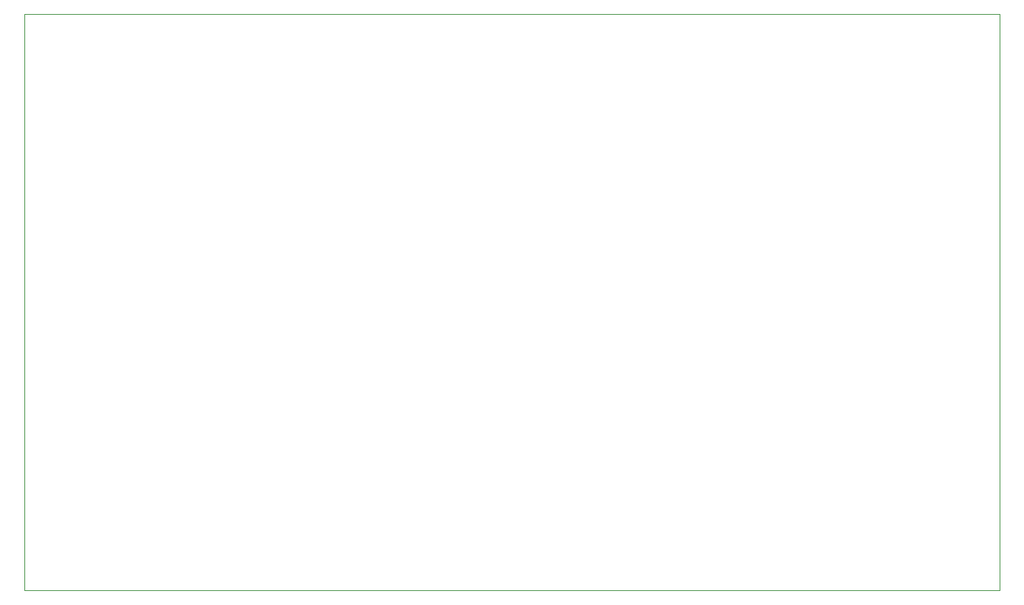
<source format=gm1>
G04 #@! TF.GenerationSoftware,KiCad,Pcbnew,7.0.11+dfsg-1build4*
G04 #@! TF.CreationDate,2025-11-12T09:37:39+01:00*
G04 #@! TF.ProjectId,upp10A_pico,75707031-3041-45f7-9069-636f2e6b6963,rev?*
G04 #@! TF.SameCoordinates,Original*
G04 #@! TF.FileFunction,Profile,NP*
%FSLAX46Y46*%
G04 Gerber Fmt 4.6, Leading zero omitted, Abs format (unit mm)*
G04 Created by KiCad (PCBNEW 7.0.11+dfsg-1build4) date 2025-11-12 09:37:39*
%MOMM*%
%LPD*%
G01*
G04 APERTURE LIST*
G04 #@! TA.AperFunction,Profile*
%ADD10C,0.050000*%
G04 #@! TD*
G04 APERTURE END LIST*
D10*
X25400000Y-127000000D02*
X137160000Y-127000000D01*
X25400000Y-60960000D02*
X25400000Y-127000000D01*
X137160000Y-60960000D02*
X25400000Y-60960000D01*
X137160000Y-127000000D02*
X137160000Y-60960000D01*
M02*

</source>
